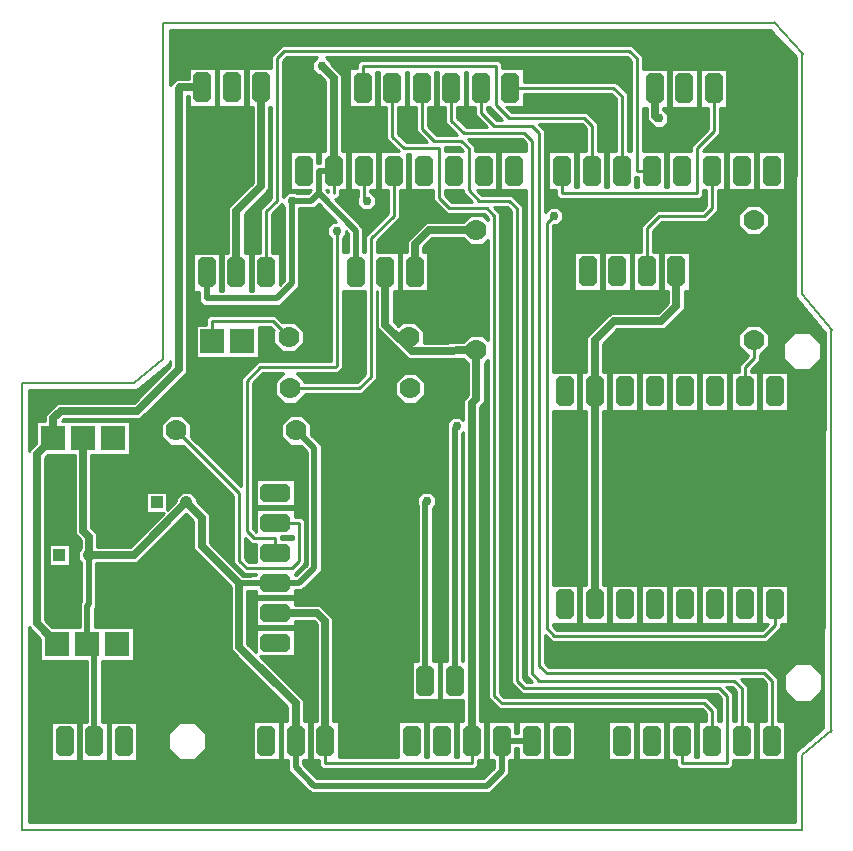
<source format=gbr>
G04 PROTEUS RS274X GERBER FILE*
%FSLAX26Y26*%
%MOIN*%
G01*
%ADD10C,0.010000*%
%ADD11C,0.020000*%
%ADD12C,0.025000*%
%ADD13C,0.030000*%
%AMDIL004*
4,1,8,
-0.030000,0.038000,-0.018000,0.050000,0.018000,0.050000,0.030000,0.038000,0.030000,-0.038000,
0.018000,-0.050000,-0.018000,-0.050000,-0.030000,-0.038000,-0.030000,0.038000,
0*%
%ADD14DIL004*%
%AMDIL005*
4,1,8,
-0.050000,0.018000,-0.038000,0.030000,0.038000,0.030000,0.050000,0.018000,0.050000,-0.018000,
0.038000,-0.030000,-0.038000,-0.030000,-0.050000,-0.018000,-0.050000,0.018000,
0*%
%ADD15DIL005*%
%ADD16C,0.070000*%
%ADD17R,0.080000X0.080000*%
%ADD18R,0.041339X0.041339*%
%ADD19C,0.010000*%
%ADD70C,0.041339*%
%ADD20C,0.008000*%
G36*
X+2582250Y+281446D02*
X+2578320Y-520449D01*
X+2583925Y-527175D01*
X+2676762Y-638580D01*
X+2672884Y-1957236D01*
X+2582894Y-2032227D01*
X+2578362Y-2041903D01*
X+2578362Y-2271276D01*
X+24000Y-2271276D01*
X+24000Y-1620606D01*
X+62283Y-1658890D01*
X+62283Y-1731999D01*
X+217363Y-1731999D01*
X+217363Y-1936142D01*
X+197363Y-1936142D01*
X+197363Y-2066141D01*
X+287362Y-2066141D01*
X+287362Y-1936142D01*
X+267362Y-1936142D01*
X+267362Y-1731999D01*
X+374283Y-1731999D01*
X+374283Y-1620000D01*
X+243283Y-1620000D01*
X+243283Y-1560355D01*
X+249212Y-1554425D01*
X+249212Y-1407500D01*
X+385603Y-1407500D01*
X+549213Y-1243890D01*
X+572500Y-1267178D01*
X+572500Y-1361390D01*
X+697500Y-1486390D01*
X+697500Y-1698036D01*
X+885855Y-1886390D01*
X+885855Y-1934930D01*
X+868355Y-1934930D01*
X+868355Y-2064929D01*
X+888355Y-2064929D01*
X+888355Y-2098709D01*
X+964645Y-2175000D01*
X+1560355Y-2175000D01*
X+1625000Y-2110355D01*
X+1625000Y-2065000D01*
X+1645000Y-2065000D01*
X+1645000Y-2025000D01*
X+1655000Y-2025000D01*
X+1655000Y-2065000D01*
X+1745000Y-2065000D01*
X+1745000Y-1935000D01*
X+1655000Y-1935000D01*
X+1655000Y-1975000D01*
X+1645000Y-1975000D01*
X+1645000Y-1935000D01*
X+1555000Y-1935000D01*
X+1555000Y-2065000D01*
X+1575000Y-2065000D01*
X+1575000Y-2089645D01*
X+1539645Y-2125000D01*
X+985355Y-2125000D01*
X+938354Y-2078000D01*
X+938354Y-2064929D01*
X+958354Y-2064929D01*
X+958354Y-1934930D01*
X+940854Y-1934930D01*
X+940854Y-1863610D01*
X+795117Y-1717873D01*
X+911181Y-1717873D01*
X+911181Y-1627874D01*
X+781181Y-1627874D01*
X+781181Y-1703937D01*
X+752500Y-1675256D01*
X+752500Y-1500000D01*
X+781181Y-1500000D01*
X+781181Y-1517873D01*
X+911181Y-1517873D01*
X+911181Y-1497873D01*
X+935355Y-1497873D01*
X+1000000Y-1433228D01*
X+1000000Y-1014645D01*
X+966000Y-980645D01*
X+966000Y-943875D01*
X+936125Y-914000D01*
X+893875Y-914000D01*
X+864000Y-943875D01*
X+864000Y-986125D01*
X+893875Y-1016000D01*
X+930645Y-1016000D01*
X+950000Y-1035355D01*
X+950000Y-1412519D01*
X+914645Y-1447874D01*
X+911181Y-1447874D01*
X+911181Y-1442103D01*
X+945000Y-1408284D01*
X+945000Y-1264589D01*
X+933284Y-1252874D01*
X+911181Y-1252874D01*
X+911181Y-1227874D01*
X+781181Y-1227874D01*
X+781181Y-1302898D01*
X+770000Y-1291716D01*
X+770000Y-808284D01*
X+803283Y-775000D01*
X+872876Y-775000D01*
X+844000Y-803875D01*
X+844000Y-846125D01*
X+873875Y-876000D01*
X+916125Y-876000D01*
X+946000Y-846125D01*
X+946000Y-845000D01*
X+1133284Y-845000D01*
X+1183937Y-794347D01*
X+1183937Y-501338D01*
X+1185650Y-501338D01*
X+1185650Y-624540D01*
X+1288609Y-727500D01*
X+1371957Y-727500D01*
X+1472579Y-725333D01*
X+1488524Y-741278D01*
X+1488524Y-847586D01*
X+1472500Y-863610D01*
X+1472500Y-928660D01*
X+1462841Y-919000D01*
X+1437159Y-919000D01*
X+1419000Y-937159D01*
X+1419000Y-945645D01*
X+1418426Y-946220D01*
X+1418426Y-1735000D01*
X+1398426Y-1735000D01*
X+1398426Y-1864999D01*
X+1472500Y-1864999D01*
X+1472500Y-1935000D01*
X+1455000Y-1935000D01*
X+1455000Y-2055000D01*
X+1445000Y-2055000D01*
X+1445000Y-1935000D01*
X+1355000Y-1935000D01*
X+1355000Y-2055000D01*
X+1345000Y-2055000D01*
X+1345000Y-1935000D01*
X+1255000Y-1935000D01*
X+1255000Y-2055000D01*
X+1056779Y-2055000D01*
X+1056779Y-1934930D01*
X+1039279Y-1934930D01*
X+1039279Y-1588610D01*
X+996043Y-1545374D01*
X+911181Y-1545374D01*
X+911181Y-1527874D01*
X+781181Y-1527874D01*
X+781181Y-1617873D01*
X+911181Y-1617873D01*
X+911181Y-1600373D01*
X+973263Y-1600373D01*
X+984280Y-1611390D01*
X+984280Y-1934930D01*
X+966780Y-1934930D01*
X+966780Y-2064929D01*
X+991780Y-2064929D01*
X+991780Y-2083284D01*
X+1003496Y-2095000D01*
X+1508284Y-2095000D01*
X+1520000Y-2083284D01*
X+1520000Y-2065000D01*
X+1545000Y-2065000D01*
X+1545000Y-1935000D01*
X+1527500Y-1935000D01*
X+1527500Y-886390D01*
X+1543523Y-870367D01*
X+1543523Y-741278D01*
X+1555000Y-729801D01*
X+1555000Y-1858284D01*
X+1591716Y-1895000D01*
X+2266716Y-1895000D01*
X+2280000Y-1908284D01*
X+2280000Y-1935000D01*
X+2255000Y-1935000D01*
X+2255000Y-2055000D01*
X+2245000Y-2055000D01*
X+2245000Y-1935000D01*
X+2155000Y-1935000D01*
X+2155000Y-2065000D01*
X+2180000Y-2065000D01*
X+2180000Y-2083284D01*
X+2191716Y-2095000D01*
X+2358284Y-2095000D01*
X+2370000Y-2083284D01*
X+2370000Y-2065000D01*
X+2445000Y-2065000D01*
X+2445000Y-1935000D01*
X+2420000Y-1935000D01*
X+2420000Y-1816716D01*
X+2398283Y-1795000D01*
X+2466716Y-1795000D01*
X+2480000Y-1808284D01*
X+2480000Y-1935000D01*
X+2455000Y-1935000D01*
X+2455000Y-2065000D01*
X+2545000Y-2065000D01*
X+2545000Y-1935000D01*
X+2520000Y-1935000D01*
X+2520000Y-1791716D01*
X+2483284Y-1755000D01*
X+1758284Y-1755000D01*
X+1744999Y-1741716D01*
X+1744999Y-1648283D01*
X+1766716Y-1670000D01*
X+2483284Y-1670000D01*
X+2530000Y-1623284D01*
X+2530000Y-1610000D01*
X+2555000Y-1610000D01*
X+2555000Y-1480000D01*
X+2465000Y-1480000D01*
X+2465000Y-1610000D01*
X+2486717Y-1610000D01*
X+2466716Y-1630000D01*
X+1783284Y-1630000D01*
X+1770000Y-1616716D01*
X+1770000Y-1610000D01*
X+1855000Y-1610000D01*
X+1855000Y-1480000D01*
X+1770000Y-1480000D01*
X+1770000Y-900000D01*
X+1855000Y-900000D01*
X+1855000Y-770000D01*
X+1770000Y-770000D01*
X+1770000Y-283284D01*
X+1772284Y-281000D01*
X+1787841Y-281000D01*
X+1806000Y-262841D01*
X+1806000Y-237159D01*
X+1787841Y-219000D01*
X+1762159Y-219000D01*
X+1744999Y-236161D01*
X+1744999Y+33284D01*
X+1723283Y+55000D01*
X+1866716Y+55000D01*
X+1880000Y+41716D01*
X+1880000Y-35000D01*
X+1855000Y-35000D01*
X+1855000Y-155000D01*
X+1845000Y-155000D01*
X+1845000Y-35000D01*
X+1755000Y-35000D01*
X+1755000Y-165000D01*
X+1780000Y-165000D01*
X+1780000Y-183284D01*
X+1791716Y-195000D01*
X+2258284Y-195000D01*
X+2270000Y-183284D01*
X+2270000Y-165000D01*
X+2280000Y-165000D01*
X+2280000Y-216716D01*
X+2266716Y-230000D01*
X+2116716Y-230000D01*
X+2064489Y-282228D01*
X+2064489Y-370150D01*
X+2039489Y-370150D01*
X+2039489Y-500149D01*
X+2129488Y-500149D01*
X+2129488Y-370150D01*
X+2104488Y-370150D01*
X+2104488Y-298796D01*
X+2133284Y-270000D01*
X+2283284Y-270000D01*
X+2320000Y-233284D01*
X+2320000Y-165000D01*
X+2345000Y-165000D01*
X+2345000Y-35000D01*
X+2270000Y-35000D01*
X+2270000Y-33284D01*
X+2327976Y+24693D01*
X+2327976Y+110244D01*
X+2352976Y+110244D01*
X+2352976Y+240244D01*
X+2262977Y+240244D01*
X+2262977Y+110244D01*
X+2287977Y+110244D01*
X+2287977Y+41260D01*
X+2230000Y-16716D01*
X+2230000Y-35000D01*
X+2155000Y-35000D01*
X+2155000Y-155000D01*
X+2145000Y-155000D01*
X+2145000Y-35000D01*
X+2070000Y-35000D01*
X+2070000Y+110244D01*
X+2083626Y+110244D01*
X+2083626Y+71484D01*
X+2107610Y+47500D01*
X+2108659Y+47500D01*
X+2112159Y+44000D01*
X+2137841Y+44000D01*
X+2156000Y+62159D01*
X+2156000Y+87841D01*
X+2138626Y+105215D01*
X+2138626Y+110244D01*
X+2156126Y+110244D01*
X+2156126Y+240244D01*
X+2070000Y+240244D01*
X+2070000Y+283284D01*
X+2033284Y+320000D01*
X+866716Y+320000D01*
X+830000Y+283284D01*
X+830000Y+243307D01*
X+753701Y+243307D01*
X+753701Y+113307D01*
X+771201Y+113307D01*
X+771201Y-138610D01*
X+689036Y-220775D01*
X+689036Y-372520D01*
X+671536Y-372520D01*
X+671536Y-500000D01*
X+663110Y-500000D01*
X+663110Y-372520D01*
X+573111Y-372520D01*
X+573111Y-502519D01*
X+593111Y-502519D01*
X+593111Y-535355D01*
X+607756Y-550000D01*
X+860355Y-550000D01*
X+925000Y-485355D01*
X+925000Y-225000D01*
X+975355Y-225000D01*
X+990000Y-210354D01*
X+1048646Y-269000D01*
X+1037159Y-269000D01*
X+1019000Y-287159D01*
X+1019000Y-312841D01*
X+1030000Y-323841D01*
X+1030000Y-735001D01*
X+786716Y-735001D01*
X+730000Y-791716D01*
X+730000Y-1151717D01*
X+565204Y-986920D01*
X+566000Y-986125D01*
X+566000Y-943875D01*
X+536125Y-914000D01*
X+493875Y-914000D01*
X+464000Y-943875D01*
X+464000Y-986125D01*
X+493875Y-1016000D01*
X+536125Y-1016000D01*
X+536920Y-1015204D01*
X+705000Y-1183284D01*
X+705000Y-1408284D01*
X+741716Y-1445000D01*
X+781181Y-1445000D01*
X+781181Y-1447874D01*
X+764645Y-1447874D01*
X+762519Y-1450000D01*
X+738891Y-1450000D01*
X+736390Y-1447500D01*
X+627500Y-1338610D01*
X+627500Y-1244397D01*
X+584881Y-1201779D01*
X+584881Y-1190226D01*
X+563987Y-1169331D01*
X+534438Y-1169331D01*
X+513544Y-1190226D01*
X+513544Y-1201779D01*
X+486456Y-1228867D01*
X+486456Y-1169331D01*
X+415119Y-1169331D01*
X+415119Y-1240669D01*
X+474654Y-1240669D01*
X+362822Y-1352500D01*
X+251712Y-1352500D01*
X+251712Y-1307822D01*
X+232500Y-1288610D01*
X+232500Y-1046000D01*
X+361000Y-1046000D01*
X+361000Y-934000D01*
X+134889Y-934000D01*
X+141390Y-927500D01*
X+396390Y-927500D01*
X+551440Y-772449D01*
X+551440Y+150807D01*
X+556851Y+150807D01*
X+556851Y+113307D01*
X+646850Y+113307D01*
X+646850Y+243307D01*
X+556851Y+243307D01*
X+556851Y+205807D01*
X+516917Y+205807D01*
X+496441Y+185331D01*
X+496441Y+369701D01*
X+2493996Y+369701D01*
X+2582250Y+281446D01*
G37*
%LPC*%
G36*
X+1755000Y-1935000D02*
X+1845000Y-1935000D01*
X+1845000Y-2065000D01*
X+1755000Y-2065000D01*
X+1755000Y-1935000D01*
G37*
G36*
X+1955000Y-1935000D02*
X+2045000Y-1935000D01*
X+2045000Y-2065000D01*
X+1955000Y-2065000D01*
X+1955000Y-1935000D01*
G37*
G36*
X+2055000Y-1935000D02*
X+2145000Y-1935000D01*
X+2145000Y-2065000D01*
X+2055000Y-2065000D01*
X+2055000Y-1935000D01*
G37*
G36*
X+2355000Y-35000D02*
X+2445000Y-35000D01*
X+2445000Y-165000D01*
X+2355000Y-165000D01*
X+2355000Y-35000D01*
G37*
G36*
X+2455000Y-35000D02*
X+2545000Y-35000D01*
X+2545000Y-165000D01*
X+2455000Y-165000D01*
X+2455000Y-35000D01*
G37*
G36*
X+655276Y+243307D02*
X+745275Y+243307D01*
X+745275Y+113307D01*
X+655276Y+113307D01*
X+655276Y+243307D01*
G37*
G36*
X+2164552Y+240244D02*
X+2254551Y+240244D01*
X+2254551Y+110244D01*
X+2164552Y+110244D01*
X+2164552Y+240244D01*
G37*
G36*
X+98937Y-1936142D02*
X+188937Y-1936142D01*
X+188937Y-2066141D01*
X+98937Y-2066141D01*
X+98937Y-1936142D01*
G37*
G36*
X+295788Y-1936142D02*
X+385787Y-1936142D01*
X+385787Y-2066141D01*
X+295788Y-2066141D01*
X+295788Y-1936142D01*
G37*
G36*
X+769930Y-1934930D02*
X+859929Y-1934930D01*
X+859929Y-2064929D01*
X+769930Y-2064929D01*
X+769930Y-1934930D01*
G37*
G36*
X+1842638Y-370150D02*
X+1932637Y-370150D01*
X+1932637Y-500149D01*
X+1842638Y-500149D01*
X+1842638Y-370150D01*
G37*
G36*
X+1941063Y-370150D02*
X+2031063Y-370150D01*
X+2031063Y-500149D01*
X+1941063Y-500149D01*
X+1941063Y-370150D01*
G37*
G36*
X+2227913Y-500149D02*
X+2210413Y-500149D01*
X+2210413Y-561390D01*
X+2144304Y-627500D01*
X+1986390Y-627500D01*
X+1937500Y-676390D01*
X+1937500Y-770000D01*
X+1955000Y-770000D01*
X+1955000Y-900000D01*
X+1937500Y-900000D01*
X+1937500Y-1480000D01*
X+1955000Y-1480000D01*
X+1955000Y-1610000D01*
X+1865000Y-1610000D01*
X+1865000Y-1480000D01*
X+1882500Y-1480000D01*
X+1882500Y-900000D01*
X+1865000Y-900000D01*
X+1865000Y-770000D01*
X+1882500Y-770000D01*
X+1882500Y-653610D01*
X+1963610Y-572500D01*
X+2121523Y-572500D01*
X+2155414Y-538610D01*
X+2155414Y-500149D01*
X+2137914Y-500149D01*
X+2137914Y-370150D01*
X+2227913Y-370150D01*
X+2227913Y-500149D01*
G37*
G36*
X+1381000Y-1187159D02*
X+1381000Y-1212841D01*
X+1370000Y-1223840D01*
X+1370000Y-1735000D01*
X+1390000Y-1735000D01*
X+1390000Y-1864999D01*
X+1300001Y-1864999D01*
X+1300001Y-1735000D01*
X+1320001Y-1735000D01*
X+1320001Y-1213841D01*
X+1319000Y-1212841D01*
X+1319000Y-1187159D01*
X+1337159Y-1169000D01*
X+1362841Y-1169000D01*
X+1381000Y-1187159D01*
G37*
G36*
X+911181Y-1127874D02*
X+911181Y-1217873D01*
X+781181Y-1217873D01*
X+781181Y-1127874D01*
X+911181Y-1127874D01*
G37*
G36*
X+2491000Y-641875D02*
X+2491000Y-684125D01*
X+2461125Y-714000D01*
X+2460000Y-714000D01*
X+2460000Y-733284D01*
X+2429999Y-763284D01*
X+2429999Y-770000D01*
X+2455000Y-770000D01*
X+2455000Y-900000D01*
X+2365000Y-900000D01*
X+2365000Y-770000D01*
X+2390001Y-770000D01*
X+2390001Y-746716D01*
X+2420000Y-716716D01*
X+2420000Y-714000D01*
X+2418875Y-714000D01*
X+2389000Y-684125D01*
X+2389000Y-641875D01*
X+2418875Y-612000D01*
X+2461125Y-612000D01*
X+2491000Y-641875D01*
G37*
G36*
X+2461125Y-314000D02*
X+2418875Y-314000D01*
X+2389000Y-284125D01*
X+2389000Y-241875D01*
X+2418875Y-212000D01*
X+2461125Y-212000D01*
X+2491000Y-241875D01*
X+2491000Y-284125D01*
X+2461125Y-314000D01*
G37*
G36*
X+868355Y-603056D02*
X+869151Y-602260D01*
X+911400Y-602260D01*
X+941275Y-632135D01*
X+941275Y-674385D01*
X+911400Y-704259D01*
X+869151Y-704259D01*
X+839276Y-674385D01*
X+839276Y-632135D01*
X+840072Y-631339D01*
X+828732Y-620000D01*
X+792496Y-620000D01*
X+792496Y-724149D01*
X+580496Y-724149D01*
X+580496Y-612150D01*
X+616496Y-612150D01*
X+616496Y-591716D01*
X+628212Y-580000D01*
X+845300Y-580000D01*
X+868355Y-603056D01*
G37*
G36*
X+2538307Y-727320D02*
X+2538307Y-674255D01*
X+2575830Y-636733D01*
X+2628894Y-636733D01*
X+2666417Y-674255D01*
X+2666417Y-727320D01*
X+2628894Y-764842D01*
X+2575830Y-764842D01*
X+2538307Y-727320D01*
G37*
G36*
X+2539945Y-1831532D02*
X+2539945Y-1778468D01*
X+2577468Y-1740945D01*
X+2630532Y-1740945D01*
X+2668055Y-1778468D01*
X+2668055Y-1831532D01*
X+2630532Y-1869055D01*
X+2577468Y-1869055D01*
X+2539945Y-1831532D01*
G37*
G36*
X+487126Y-2026532D02*
X+487126Y-1973468D01*
X+524649Y-1935945D01*
X+577713Y-1935945D01*
X+615236Y-1973468D01*
X+615236Y-2026532D01*
X+577713Y-2064055D01*
X+524649Y-2064055D01*
X+487126Y-2026532D01*
G37*
G36*
X+2555000Y-900000D02*
X+2465000Y-900000D01*
X+2465000Y-770000D01*
X+2555000Y-770000D01*
X+2555000Y-900000D01*
G37*
G36*
X+2355000Y-900000D02*
X+2265000Y-900000D01*
X+2265000Y-770000D01*
X+2355000Y-770000D01*
X+2355000Y-900000D01*
G37*
G36*
X+2255000Y-900000D02*
X+2165000Y-900000D01*
X+2165000Y-770000D01*
X+2255000Y-770000D01*
X+2255000Y-900000D01*
G37*
G36*
X+2155000Y-900000D02*
X+2065000Y-900000D01*
X+2065000Y-770000D01*
X+2155000Y-770000D01*
X+2155000Y-900000D01*
G37*
G36*
X+2055000Y-900000D02*
X+1965000Y-900000D01*
X+1965000Y-770000D01*
X+2055000Y-770000D01*
X+2055000Y-900000D01*
G37*
G36*
X+2055000Y-1610000D02*
X+1965000Y-1610000D01*
X+1965000Y-1480000D01*
X+2055000Y-1480000D01*
X+2055000Y-1610000D01*
G37*
G36*
X+2155000Y-1610000D02*
X+2065000Y-1610000D01*
X+2065000Y-1480000D01*
X+2155000Y-1480000D01*
X+2155000Y-1610000D01*
G37*
G36*
X+2255000Y-1610000D02*
X+2165000Y-1610000D01*
X+2165000Y-1480000D01*
X+2255000Y-1480000D01*
X+2255000Y-1610000D01*
G37*
G36*
X+2355000Y-1610000D02*
X+2265000Y-1610000D01*
X+2265000Y-1480000D01*
X+2355000Y-1480000D01*
X+2355000Y-1610000D01*
G37*
G36*
X+2455000Y-1610000D02*
X+2365000Y-1610000D01*
X+2365000Y-1480000D01*
X+2455000Y-1480000D01*
X+2455000Y-1610000D01*
G37*
G36*
X+1244000Y-846125D02*
X+1244000Y-803875D01*
X+1273875Y-774000D01*
X+1316125Y-774000D01*
X+1346000Y-803875D01*
X+1346000Y-846125D01*
X+1316125Y-876000D01*
X+1273875Y-876000D01*
X+1244000Y-846125D01*
G37*
%LPD*%
G36*
X+496441Y-749669D02*
X+373609Y-872500D01*
X+118610Y-872500D01*
X+77500Y-913610D01*
X+77500Y-934000D01*
X+49000Y-934000D01*
X+49000Y-1007110D01*
X+24000Y-1032110D01*
X+24000Y-831087D01*
X+382434Y-831087D01*
X+389008Y-825827D01*
X+491703Y-743671D01*
X+496441Y-733813D01*
X+496441Y-749669D01*
G37*
G36*
X+1560709Y+111007D02*
X+1601717Y+70000D01*
X+1583284Y+70000D01*
X+1551496Y+101788D01*
X+1551496Y+112166D01*
X+1560709Y+112166D01*
X+1560709Y+111007D01*
G37*
G36*
X+1486496Y+112166D02*
X+1511496Y+112166D01*
X+1511496Y+85220D01*
X+1551717Y+45000D01*
X+1483284Y+45000D01*
X+1453070Y+75213D01*
X+1453070Y+112166D01*
X+1478070Y+112166D01*
X+1478070Y+230001D01*
X+1486496Y+230001D01*
X+1486496Y+112166D01*
G37*
G36*
X+1388071Y+112166D02*
X+1413072Y+112166D01*
X+1413072Y+58645D01*
X+1451717Y+20000D01*
X+1383284Y+20000D01*
X+1354645Y+48638D01*
X+1354645Y+112166D01*
X+1379645Y+112166D01*
X+1379645Y+230001D01*
X+1388071Y+230001D01*
X+1388071Y+112166D01*
G37*
G36*
X+1289646Y+112166D02*
X+1314646Y+112166D01*
X+1314646Y+32070D01*
X+1351717Y-5000D01*
X+1283284Y-5000D01*
X+1256220Y+22064D01*
X+1256220Y+112166D01*
X+1281220Y+112166D01*
X+1281220Y+230001D01*
X+1289646Y+230001D01*
X+1289646Y+112166D01*
G37*
G36*
X+2030000Y+266716D02*
X+2030000Y-35000D01*
X+2020000Y-35000D01*
X+2020000Y+158284D01*
X+1981119Y+197165D01*
X+1674921Y+197165D01*
X+1674921Y+242165D01*
X+1600708Y+242165D01*
X+1600708Y+258283D01*
X+1588993Y+269999D01*
X+1129511Y+269999D01*
X+1117796Y+258283D01*
X+1117796Y+242165D01*
X+1092796Y+242165D01*
X+1092796Y+112166D01*
X+1182795Y+112166D01*
X+1182795Y+230001D01*
X+1191221Y+230001D01*
X+1191221Y+112166D01*
X+1216221Y+112166D01*
X+1216221Y+5495D01*
X+1256717Y-35000D01*
X+1195000Y-35000D01*
X+1195000Y-165000D01*
X+1220000Y-165000D01*
X+1220000Y-240653D01*
X+1143937Y-316716D01*
X+1143937Y-371339D01*
X+1139724Y-371339D01*
X+1139724Y-289370D01*
X+1045354Y-195000D01*
X+1048284Y-195000D01*
X+1060000Y-183284D01*
X+1060000Y-165000D01*
X+1085000Y-165000D01*
X+1085000Y-35000D01*
X+1067500Y-35000D01*
X+1067500Y+221390D01*
X+1031000Y+257890D01*
X+1031000Y+262841D01*
X+1013840Y+280000D01*
X+2016716Y+280000D01*
X+2030000Y+266716D01*
G37*
%LPC*%
G36*
X+1185000Y-165000D02*
X+1160000Y-165000D01*
X+1160000Y-169000D01*
X+1162841Y-169000D01*
X+1181000Y-187159D01*
X+1181000Y-212841D01*
X+1162841Y-231000D01*
X+1137159Y-231000D01*
X+1119000Y-212841D01*
X+1119000Y-187159D01*
X+1120000Y-186159D01*
X+1120000Y-165000D01*
X+1095000Y-165000D01*
X+1095000Y-35000D01*
X+1185000Y-35000D01*
X+1185000Y-165000D01*
G37*
%LPD*%
G36*
X+1470000Y-33284D02*
X+1470000Y-35000D01*
X+1409999Y-35000D01*
X+1409999Y-20000D01*
X+1456716Y-20000D01*
X+1470000Y-33284D01*
G37*
G36*
X+969000Y+262841D02*
X+969000Y+237159D01*
X+987159Y+219000D01*
X+992110Y+219000D01*
X+1012500Y+198610D01*
X+1012500Y-35000D01*
X+995000Y-35000D01*
X+995000Y-75000D01*
X+985000Y-75000D01*
X+985000Y-35000D01*
X+895000Y-35000D01*
X+895000Y-165000D01*
X+964646Y-165000D01*
X+954645Y-175000D01*
X+918841Y-175000D01*
X+912841Y-169000D01*
X+887159Y-169000D01*
X+870000Y-186160D01*
X+870000Y+266716D01*
X+883284Y+280000D01*
X+986160Y+280000D01*
X+969000Y+262841D01*
G37*
G36*
X+2055000Y-155000D02*
X+2045000Y-155000D01*
X+2045000Y-120000D01*
X+2055000Y-120000D01*
X+2055000Y-155000D01*
G37*
G36*
X+1980000Y+141716D02*
X+1980000Y-35000D01*
X+1955000Y-35000D01*
X+1955000Y-155000D01*
X+1945000Y-155000D01*
X+1945000Y-35000D01*
X+1920000Y-35000D01*
X+1920000Y+58284D01*
X+1883284Y+95000D01*
X+1633284Y+95000D01*
X+1616118Y+112166D01*
X+1674921Y+112166D01*
X+1674921Y+157166D01*
X+1964551Y+157166D01*
X+1980000Y+141716D01*
G37*
G36*
X+1020000Y-169646D02*
X+1015354Y-165000D01*
X+1020000Y-165000D01*
X+1020000Y-169646D01*
G37*
G36*
X+1470000Y-165000D02*
X+1470000Y-173284D01*
X+1501717Y-205000D01*
X+1433284Y-205000D01*
X+1409999Y-181716D01*
X+1409999Y-165000D01*
X+1470000Y-165000D01*
X+1470000Y-165000D01*
G37*
G36*
X+1295000Y-165000D02*
X+1370001Y-165000D01*
X+1370001Y-198284D01*
X+1416716Y-245000D01*
X+1541716Y-245000D01*
X+1555000Y-258284D01*
X+1555000Y-263506D01*
X+1537148Y-245654D01*
X+1494899Y-245654D01*
X+1471399Y-269154D01*
X+1347074Y-269154D01*
X+1284075Y-332153D01*
X+1284075Y-371339D01*
X+1266575Y-371339D01*
X+1266575Y-501338D01*
X+1356574Y-501338D01*
X+1356574Y-371339D01*
X+1339074Y-371339D01*
X+1339074Y-354933D01*
X+1369855Y-324153D01*
X+1471399Y-324153D01*
X+1494899Y-347653D01*
X+1537148Y-347653D01*
X+1555000Y-329801D01*
X+1555000Y-663506D01*
X+1537148Y-645654D01*
X+1494899Y-645654D01*
X+1470543Y-670009D01*
X+1371315Y-672500D01*
X+1341275Y-672500D01*
X+1341275Y-632135D01*
X+1311400Y-602260D01*
X+1269151Y-602260D01*
X+1255150Y-616261D01*
X+1240649Y-601759D01*
X+1240649Y-501338D01*
X+1258149Y-501338D01*
X+1258149Y-371339D01*
X+1183937Y-371339D01*
X+1183937Y-333284D01*
X+1260000Y-257221D01*
X+1260000Y-165000D01*
X+1285000Y-165000D01*
X+1285000Y-45000D01*
X+1295000Y-45000D01*
X+1295000Y-165000D01*
G37*
G36*
X+1089725Y-310079D02*
X+1089725Y-371339D01*
X+1070000Y-371339D01*
X+1070000Y-323841D01*
X+1081000Y-312841D01*
X+1081000Y-301354D01*
X+1089725Y-310079D01*
G37*
G36*
X+869000Y-212841D02*
X+875000Y-218841D01*
X+875000Y-464645D01*
X+859960Y-479685D01*
X+859960Y-372520D01*
X+834960Y-372520D01*
X+834960Y-243323D01*
X+869000Y-209283D01*
X+869000Y-212841D01*
G37*
G36*
X+830000Y-191716D02*
X+794961Y-226756D01*
X+794961Y-372520D01*
X+769961Y-372520D01*
X+769961Y-500000D01*
X+761535Y-500000D01*
X+761535Y-372520D01*
X+744035Y-372520D01*
X+744035Y-243556D01*
X+826200Y-161390D01*
X+826200Y+113307D01*
X+830000Y+113307D01*
X+830000Y-191716D01*
G37*
G36*
X+1143937Y-777779D02*
X+1116716Y-805000D01*
X+946000Y-805000D01*
X+946000Y-803875D01*
X+917124Y-775000D01*
X+1053283Y-775000D01*
X+1070000Y-758284D01*
X+1070000Y-501338D01*
X+1143937Y-501338D01*
X+1143937Y-777779D01*
G37*
G36*
X+905000Y-1327874D02*
X+866180Y-1327874D01*
X+866180Y-1317873D01*
X+905000Y-1317873D01*
X+905000Y-1327874D01*
G37*
G36*
X+760858Y-1339142D02*
X+766716Y-1345000D01*
X+781181Y-1345000D01*
X+781181Y-1405000D01*
X+758284Y-1405000D01*
X+745000Y-1391716D01*
X+745000Y-1323283D01*
X+760858Y-1339142D01*
G37*
G36*
X+177500Y-1300000D02*
X+177500Y-1311390D01*
X+196713Y-1330603D01*
X+196713Y-1357056D01*
X+188544Y-1365226D01*
X+188544Y-1394774D01*
X+199213Y-1405444D01*
X+199213Y-1533716D01*
X+193283Y-1539645D01*
X+193283Y-1620000D01*
X+101173Y-1620000D01*
X+77500Y-1596326D01*
X+77500Y-1056390D01*
X+87890Y-1046000D01*
X+177500Y-1046000D01*
X+177500Y-1300000D01*
G37*
%LPC*%
G36*
X+90119Y-1344331D02*
X+161456Y-1344331D01*
X+161456Y-1415669D01*
X+90119Y-1415669D01*
X+90119Y-1344331D01*
G37*
%LPD*%
G36*
X+1472500Y-1735000D02*
X+1468425Y-1735000D01*
X+1468425Y-975415D01*
X+1472500Y-971340D01*
X+1472500Y-1735000D01*
G37*
G36*
X+1680001Y-8284D02*
X+1680001Y-35000D01*
X+1595000Y-35000D01*
X+1595000Y-165000D01*
X+1680001Y-165000D01*
X+1680001Y-1783284D01*
X+1701717Y-1805001D01*
X+1683284Y-1805001D01*
X+1670000Y-1791716D01*
X+1670000Y-216716D01*
X+1633284Y-180000D01*
X+1533284Y-180000D01*
X+1518283Y-165000D01*
X+1585000Y-165000D01*
X+1585000Y-35000D01*
X+1510000Y-35000D01*
X+1510000Y-16716D01*
X+1488283Y+5000D01*
X+1666716Y+5000D01*
X+1680001Y-8284D01*
G37*
G36*
X+2380000Y-1833284D02*
X+2380000Y-1935000D01*
X+2370000Y-1935000D01*
X+2370000Y-1841716D01*
X+2348283Y-1819999D01*
X+2366716Y-1819999D01*
X+2380000Y-1833284D01*
G37*
G36*
X+1630000Y-233284D02*
X+1630000Y-1808284D01*
X+1666716Y-1844999D01*
X+2316716Y-1844999D01*
X+2330000Y-1858284D01*
X+2330000Y-1935000D01*
X+2320000Y-1935000D01*
X+2320000Y-1891716D01*
X+2283284Y-1855000D01*
X+1608284Y-1855000D01*
X+1595000Y-1841716D01*
X+1595000Y-241716D01*
X+1573283Y-220000D01*
X+1616716Y-220000D01*
X+1630000Y-233284D01*
G37*
D10*
X+636496Y-668150D02*
X+636496Y-600000D01*
X+837016Y-600000D01*
X+890276Y-653260D01*
X+2440000Y-663000D02*
X+2440000Y-725000D01*
X+2410000Y-755000D01*
X+2410000Y-835000D01*
X+846181Y-1272873D02*
X+925000Y-1272873D01*
X+925000Y-1400000D01*
X+900000Y-1425000D01*
X+750000Y-1425000D01*
X+725000Y-1400000D01*
X+725000Y-1175000D01*
X+515000Y-965000D01*
X+2200000Y-2000000D02*
X+2200000Y-2075000D01*
X+2350000Y-2075000D01*
X+2350000Y-1850000D01*
X+2325000Y-1825000D01*
X+1675000Y-1825000D01*
X+1650000Y-1800000D01*
X+1650000Y-225000D01*
X+1625000Y-200000D01*
X+1525000Y-200000D01*
X+1490000Y-165000D01*
X+1490000Y-25000D01*
X+1465000Y+0D01*
X+1375000Y+0D01*
X+1334646Y+40354D01*
X+1334646Y+177165D01*
X+2300000Y-2000000D02*
X+2300000Y-1900000D01*
X+2275000Y-1875000D01*
X+1600000Y-1875000D01*
X+1575000Y-1850000D01*
X+1575000Y-250000D01*
X+1550000Y-225000D01*
X+1425000Y-225000D01*
X+1390000Y-190000D01*
X+1390000Y-25000D01*
X+1275000Y-25000D01*
X+1236220Y+13780D01*
X+1236220Y+177165D01*
X+2400000Y-2000000D02*
X+2400000Y-1825000D01*
X+2375000Y-1800000D01*
X+1725000Y-1800000D01*
X+1700000Y-1775000D01*
X+1700000Y+0D01*
X+1675000Y+25000D01*
X+1475000Y+25000D01*
X+1433071Y+66929D01*
X+1433071Y+177165D01*
X+2500000Y-2000000D02*
X+2500000Y-1800000D01*
X+2475000Y-1775000D01*
X+1750000Y-1775000D01*
X+1725000Y-1750000D01*
X+1725000Y+25000D01*
X+1700000Y+50000D01*
X+1575000Y+50000D01*
X+1531496Y+93504D01*
X+1531496Y+177165D01*
D11*
X+1350000Y-1200000D02*
X+1345000Y-1205000D01*
X+1345000Y-1800000D01*
X+1450000Y-950000D02*
X+1443426Y-956574D01*
X+1443426Y-1800000D01*
D10*
X+895000Y-825000D02*
X+1125000Y-825000D01*
X+1163937Y-786063D01*
X+1163937Y-325000D01*
X+1240000Y-248937D01*
X+1240000Y-100000D01*
X+1150000Y-200000D02*
X+1140000Y-190000D01*
X+1140000Y-100000D01*
X+1050000Y-300000D02*
X+1050000Y-750000D01*
X+1045000Y-755000D01*
X+795000Y-755000D01*
X+750000Y-800000D01*
X+750000Y-1300000D01*
X+775000Y-1325000D01*
X+846181Y-1325000D01*
X+846181Y-1372873D01*
X+2300000Y-100000D02*
X+2300000Y-225000D01*
X+2275000Y-250000D01*
X+2125000Y-250000D01*
X+2084488Y-290512D01*
X+2084488Y-435150D01*
X+2100000Y-100000D02*
X+2050000Y-100000D01*
X+2050000Y+275000D01*
X+2025000Y+300000D01*
X+875000Y+300000D01*
X+850000Y+275000D01*
X+850000Y-200000D01*
X+814961Y-235039D01*
X+814961Y-437520D01*
X+2000000Y-100000D02*
X+2000000Y+150000D01*
X+1972835Y+177165D01*
X+1629921Y+177165D01*
X+1900000Y-100000D02*
X+1900000Y+50000D01*
X+1875000Y+75000D01*
X+1625000Y+75000D01*
X+1580709Y+119291D01*
X+1580709Y+250000D01*
X+1137795Y+250000D01*
X+1137795Y+177165D01*
X+1800000Y-100000D02*
X+1800000Y-175000D01*
X+2250000Y-175000D01*
X+2250000Y-25000D01*
X+2307976Y+32976D01*
X+2307976Y+175244D01*
X+1775000Y-250000D02*
X+1750000Y-275000D01*
X+1750000Y-1625000D01*
X+1775000Y-1650000D01*
X+2475000Y-1650000D01*
X+2510000Y-1615000D01*
X+2510000Y-1545000D01*
D12*
X+2182913Y-435150D02*
X+2182913Y-550000D01*
X+2132913Y-600000D01*
X+1975000Y-600000D01*
X+1910000Y-665000D01*
X+1910000Y-835000D01*
X+913354Y-1999929D02*
X+913354Y-1875000D01*
X+725000Y-1686646D01*
X+725000Y-1475000D01*
D11*
X+900000Y-200000D02*
X+900000Y-475000D01*
X+850000Y-525000D01*
X+618110Y-525000D01*
X+618110Y-437520D01*
D12*
X+224213Y-1380000D02*
X+374213Y-1380000D01*
X+549213Y-1205000D01*
X+600000Y-1255787D01*
X+600000Y-1350000D01*
X+725000Y-1475000D01*
D11*
X+846181Y-1472873D02*
X+925000Y-1472873D01*
X+975000Y-1422873D01*
X+975000Y-1025000D01*
X+915000Y-965000D01*
X+990000Y-175000D02*
X+1114724Y-299724D01*
X+1114724Y-436339D01*
X+218283Y-1676000D02*
X+242362Y-1700079D01*
X+242362Y-2001142D01*
D12*
X+205000Y-990000D02*
X+205000Y-1300000D01*
X+224213Y-1319213D01*
X+224213Y-1380000D01*
D11*
X+1040000Y-100000D02*
X+990000Y-100000D01*
X+990000Y-175000D01*
D12*
X+1040000Y-100000D02*
X+1040000Y+210000D01*
X+1000000Y+250000D01*
D11*
X+218283Y-1676000D02*
X+218283Y-1550000D01*
X+224213Y-1544070D01*
X+224213Y-1380000D01*
X+846181Y-1472873D02*
X+775000Y-1472873D01*
X+772873Y-1475000D01*
X+725000Y-1475000D01*
X+1600000Y-2000000D02*
X+1600000Y-2100000D01*
X+1550000Y-2150000D01*
X+975000Y-2150000D01*
X+913354Y-2088354D01*
X+913354Y-1999929D01*
X+1910000Y-835000D02*
X+1910000Y-835000D01*
D12*
X+1910000Y-1545000D01*
D11*
X+1600000Y-2000000D02*
X+1650000Y-2000000D01*
X+1650000Y-2000000D01*
X+1700000Y-2000000D01*
X+1700000Y-2000000D01*
X+900000Y-200000D02*
X+965000Y-200000D01*
X+990000Y-175000D01*
D10*
X+1040000Y-100000D02*
X+1040000Y-175000D01*
D11*
X+1600000Y-2000000D02*
X+1600000Y-2000000D01*
D12*
X+1311575Y-436339D02*
X+1311575Y-343543D01*
X+1358465Y-296654D01*
X+1516024Y-296654D01*
X+1011780Y-1999929D02*
X+1011780Y-1600000D01*
X+984653Y-1572873D01*
X+846181Y-1572873D01*
X+1500000Y-2000000D02*
X+1500000Y-875000D01*
X+1516024Y-858976D01*
X+1516024Y-696654D01*
D10*
X+1500000Y-2000000D02*
X+1500000Y-2075000D01*
X+1011780Y-2075000D01*
X+1011780Y-1999929D01*
D11*
X+798701Y+178307D02*
X+798701Y+173307D01*
X+798701Y+161307D01*
D10*
X+798701Y+178307D02*
X+798701Y+173307D01*
X+798701Y+161307D01*
D12*
X+798701Y-150000D01*
X+716535Y-232165D01*
X+716535Y-437520D01*
X+1325000Y-700000D02*
X+1300000Y-700000D01*
X+1213150Y-436339D02*
X+1213150Y-613150D01*
X+1290276Y-690276D01*
D10*
X+1290276Y-653260D01*
D12*
X+1300000Y-700000D02*
X+1290276Y-690276D01*
X+1516024Y-696654D02*
X+1371654Y-700000D01*
X+1325000Y-700000D01*
X+118283Y-1676000D02*
X+50000Y-1607717D01*
X+50000Y-1045000D01*
X+105000Y-990000D01*
X+105000Y-925000D01*
X+130000Y-900000D01*
X+385000Y-900000D01*
X+523941Y-761059D01*
X+523941Y+173941D01*
X+528307Y+178307D01*
X+601850Y+178307D01*
X+2125000Y+75000D02*
X+2119000Y+75000D01*
X+2111126Y+82874D01*
X+2111126Y+175244D01*
D13*
X+1350000Y-1200000D03*
X+1450000Y-950000D03*
X+1150000Y-200000D03*
X+1050000Y-300000D03*
X+1775000Y-250000D03*
X+1000000Y+250000D03*
X+900000Y-200000D03*
X+2125000Y+75000D03*
D10*
X+2582250Y+281446D02*
X+2578320Y-520449D01*
X+2583925Y-527175D01*
X+2676762Y-638580D01*
X+2672884Y-1957236D01*
X+2582894Y-2032227D01*
X+2578362Y-2041903D01*
X+2578362Y-2271276D01*
X+24000Y-2271276D01*
X+24000Y-1620606D01*
X+62283Y-1658890D01*
X+62283Y-1731999D01*
X+217363Y-1731999D01*
X+217363Y-1936142D01*
X+197363Y-1936142D01*
X+197363Y-2066141D01*
X+287362Y-2066141D01*
X+287362Y-1936142D01*
X+267362Y-1936142D01*
X+267362Y-1731999D01*
X+374283Y-1731999D01*
X+374283Y-1620000D01*
X+243283Y-1620000D01*
X+243283Y-1560355D01*
X+249212Y-1554425D01*
X+249212Y-1407500D01*
X+385603Y-1407500D01*
X+549213Y-1243890D01*
X+572500Y-1267178D01*
X+572500Y-1361390D01*
X+697500Y-1486390D01*
X+697500Y-1698036D01*
X+885855Y-1886390D01*
X+885855Y-1934930D01*
X+868355Y-1934930D01*
X+868355Y-2064929D01*
X+888355Y-2064929D01*
X+888355Y-2098709D01*
X+964645Y-2175000D01*
X+1560355Y-2175000D01*
X+1625000Y-2110355D01*
X+1625000Y-2065000D01*
X+1645000Y-2065000D01*
X+1645000Y-2025000D01*
X+1655000Y-2025000D01*
X+1655000Y-2065000D01*
X+1745000Y-2065000D01*
X+1745000Y-1935000D01*
X+1655000Y-1935000D01*
X+1655000Y-1975000D01*
X+1645000Y-1975000D01*
X+1645000Y-1935000D01*
X+1555000Y-1935000D01*
X+1555000Y-2065000D01*
X+1575000Y-2065000D01*
X+1575000Y-2089645D01*
X+1539645Y-2125000D01*
X+985355Y-2125000D01*
X+938354Y-2078000D01*
X+938354Y-2064929D01*
X+958354Y-2064929D01*
X+958354Y-1934930D01*
X+940854Y-1934930D01*
X+940854Y-1863610D01*
X+795117Y-1717873D01*
X+911181Y-1717873D01*
X+911181Y-1627874D01*
X+781181Y-1627874D01*
X+781181Y-1703937D01*
X+752500Y-1675256D01*
X+752500Y-1500000D01*
X+781181Y-1500000D01*
X+781181Y-1517873D01*
X+911181Y-1517873D01*
X+911181Y-1497873D01*
X+935355Y-1497873D01*
X+1000000Y-1433228D01*
X+1000000Y-1014645D01*
X+966000Y-980645D01*
X+966000Y-943875D01*
X+936125Y-914000D01*
X+893875Y-914000D01*
X+864000Y-943875D01*
X+864000Y-986125D01*
X+893875Y-1016000D01*
X+930645Y-1016000D01*
X+950000Y-1035355D01*
X+950000Y-1412519D01*
X+914645Y-1447874D01*
X+911181Y-1447874D01*
X+911181Y-1442103D01*
X+945000Y-1408284D01*
X+945000Y-1264589D01*
X+933284Y-1252874D01*
X+911181Y-1252874D01*
X+911181Y-1227874D01*
X+781181Y-1227874D01*
X+781181Y-1302898D01*
X+770000Y-1291716D01*
X+770000Y-808284D01*
X+803283Y-775000D01*
X+872876Y-775000D01*
X+844000Y-803875D01*
X+844000Y-846125D01*
X+873875Y-876000D01*
X+916125Y-876000D01*
X+946000Y-846125D01*
X+946000Y-845000D01*
X+1133284Y-845000D01*
X+1183937Y-794347D01*
X+1183937Y-501338D01*
X+1185650Y-501338D01*
X+1185650Y-624540D01*
X+1288609Y-727500D01*
X+1371957Y-727500D01*
X+1472579Y-725333D01*
X+1488524Y-741278D01*
X+1488524Y-847586D01*
X+1472500Y-863610D01*
X+1472500Y-928660D01*
X+1462841Y-919000D01*
X+1437159Y-919000D01*
X+1419000Y-937159D01*
X+1419000Y-945645D01*
X+1418426Y-946220D01*
X+1418426Y-1735000D01*
X+1398426Y-1735000D01*
X+1398426Y-1864999D01*
X+1472500Y-1864999D01*
X+1472500Y-1935000D01*
X+1455000Y-1935000D01*
X+1455000Y-2055000D01*
X+1445000Y-2055000D01*
X+1445000Y-1935000D01*
X+1355000Y-1935000D01*
X+1355000Y-2055000D01*
X+1345000Y-2055000D01*
X+1345000Y-1935000D01*
X+1255000Y-1935000D01*
X+1255000Y-2055000D01*
X+1056779Y-2055000D01*
X+1056779Y-1934930D01*
X+1039279Y-1934930D01*
X+1039279Y-1588610D01*
X+996043Y-1545374D01*
X+911181Y-1545374D01*
X+911181Y-1527874D01*
X+781181Y-1527874D01*
X+781181Y-1617873D01*
X+911181Y-1617873D01*
X+911181Y-1600373D01*
X+973263Y-1600373D01*
X+984280Y-1611390D01*
X+984280Y-1934930D01*
X+966780Y-1934930D01*
X+966780Y-2064929D01*
X+991780Y-2064929D01*
X+991780Y-2083284D01*
X+1003496Y-2095000D01*
X+1508284Y-2095000D01*
X+1520000Y-2083284D01*
X+1520000Y-2065000D01*
X+1545000Y-2065000D01*
X+1545000Y-1935000D01*
X+1527500Y-1935000D01*
X+1527500Y-886390D01*
X+1543523Y-870367D01*
X+1543523Y-741278D01*
X+1555000Y-729801D01*
X+1555000Y-1858284D01*
X+1591716Y-1895000D01*
X+2266716Y-1895000D01*
X+2280000Y-1908284D01*
X+2280000Y-1935000D01*
X+2255000Y-1935000D01*
X+2255000Y-2055000D01*
X+2245000Y-2055000D01*
X+2245000Y-1935000D01*
X+2155000Y-1935000D01*
X+2155000Y-2065000D01*
X+2180000Y-2065000D01*
X+2180000Y-2083284D01*
X+2191716Y-2095000D01*
X+2358284Y-2095000D01*
X+2370000Y-2083284D01*
X+2370000Y-2065000D01*
X+2445000Y-2065000D01*
X+2445000Y-1935000D01*
X+2420000Y-1935000D01*
X+2420000Y-1816716D01*
X+2398283Y-1795000D01*
X+2466716Y-1795000D01*
X+2480000Y-1808284D01*
X+2480000Y-1935000D01*
X+2455000Y-1935000D01*
X+2455000Y-2065000D01*
X+2545000Y-2065000D01*
X+2545000Y-1935000D01*
X+2520000Y-1935000D01*
X+2520000Y-1791716D01*
X+2483284Y-1755000D01*
X+1758284Y-1755000D01*
X+1744999Y-1741716D01*
X+1744999Y-1648283D01*
X+1766716Y-1670000D01*
X+2483284Y-1670000D01*
X+2530000Y-1623284D01*
X+2530000Y-1610000D01*
X+2555000Y-1610000D01*
X+2555000Y-1480000D01*
X+2465000Y-1480000D01*
X+2465000Y-1610000D01*
X+2486717Y-1610000D01*
X+2466716Y-1630000D01*
X+1783284Y-1630000D01*
X+1770000Y-1616716D01*
X+1770000Y-1610000D01*
X+1855000Y-1610000D01*
X+1855000Y-1480000D01*
X+1770000Y-1480000D01*
X+1770000Y-900000D01*
X+1855000Y-900000D01*
X+1855000Y-770000D01*
X+1770000Y-770000D01*
X+1770000Y-283284D01*
X+1772284Y-281000D01*
X+1787841Y-281000D01*
X+1806000Y-262841D01*
X+1806000Y-237159D01*
X+1787841Y-219000D01*
X+1762159Y-219000D01*
X+1744999Y-236161D01*
X+1744999Y+33284D01*
X+1723283Y+55000D01*
X+1866716Y+55000D01*
X+1880000Y+41716D01*
X+1880000Y-35000D01*
X+1855000Y-35000D01*
X+1855000Y-155000D01*
X+1845000Y-155000D01*
X+1845000Y-35000D01*
X+1755000Y-35000D01*
X+1755000Y-165000D01*
X+1780000Y-165000D01*
X+1780000Y-183284D01*
X+1791716Y-195000D01*
X+2258284Y-195000D01*
X+2270000Y-183284D01*
X+2270000Y-165000D01*
X+2280000Y-165000D01*
X+2280000Y-216716D01*
X+2266716Y-230000D01*
X+2116716Y-230000D01*
X+2064489Y-282228D01*
X+2064489Y-370150D01*
X+2039489Y-370150D01*
X+2039489Y-500149D01*
X+2129488Y-500149D01*
X+2129488Y-370150D01*
X+2104488Y-370150D01*
X+2104488Y-298796D01*
X+2133284Y-270000D01*
X+2283284Y-270000D01*
X+2320000Y-233284D01*
X+2320000Y-165000D01*
X+2345000Y-165000D01*
X+2345000Y-35000D01*
X+2270000Y-35000D01*
X+2270000Y-33284D01*
X+2327976Y+24693D01*
X+2327976Y+110244D01*
X+2352976Y+110244D01*
X+2352976Y+240244D01*
X+2262977Y+240244D01*
X+2262977Y+110244D01*
X+2287977Y+110244D01*
X+2287977Y+41260D01*
X+2230000Y-16716D01*
X+2230000Y-35000D01*
X+2155000Y-35000D01*
X+2155000Y-155000D01*
X+2145000Y-155000D01*
X+2145000Y-35000D01*
X+2070000Y-35000D01*
X+2070000Y+110244D01*
X+2083626Y+110244D01*
X+2083626Y+71484D01*
X+2107610Y+47500D01*
X+2108659Y+47500D01*
X+2112159Y+44000D01*
X+2137841Y+44000D01*
X+2156000Y+62159D01*
X+2156000Y+87841D01*
X+2138626Y+105215D01*
X+2138626Y+110244D01*
X+2156126Y+110244D01*
X+2156126Y+240244D01*
X+2070000Y+240244D01*
X+2070000Y+283284D01*
X+2033284Y+320000D01*
X+866716Y+320000D01*
X+830000Y+283284D01*
X+830000Y+243307D01*
X+753701Y+243307D01*
X+753701Y+113307D01*
X+771201Y+113307D01*
X+771201Y-138610D01*
X+689036Y-220775D01*
X+689036Y-372520D01*
X+671536Y-372520D01*
X+671536Y-500000D01*
X+663110Y-500000D01*
X+663110Y-372520D01*
X+573111Y-372520D01*
X+573111Y-502519D01*
X+593111Y-502519D01*
X+593111Y-535355D01*
X+607756Y-550000D01*
X+860355Y-550000D01*
X+925000Y-485355D01*
X+925000Y-225000D01*
X+975355Y-225000D01*
X+990000Y-210354D01*
X+1048646Y-269000D01*
X+1037159Y-269000D01*
X+1019000Y-287159D01*
X+1019000Y-312841D01*
X+1030000Y-323841D01*
X+1030000Y-735001D01*
X+786716Y-735001D01*
X+730000Y-791716D01*
X+730000Y-1151717D01*
X+565204Y-986920D01*
X+566000Y-986125D01*
X+566000Y-943875D01*
X+536125Y-914000D01*
X+493875Y-914000D01*
X+464000Y-943875D01*
X+464000Y-986125D01*
X+493875Y-1016000D01*
X+536125Y-1016000D01*
X+536920Y-1015204D01*
X+705000Y-1183284D01*
X+705000Y-1408284D01*
X+741716Y-1445000D01*
X+781181Y-1445000D01*
X+781181Y-1447874D01*
X+764645Y-1447874D01*
X+762519Y-1450000D01*
X+738891Y-1450000D01*
X+736390Y-1447500D01*
X+627500Y-1338610D01*
X+627500Y-1244397D01*
X+584881Y-1201779D01*
X+584881Y-1190226D01*
X+563987Y-1169331D01*
X+534438Y-1169331D01*
X+513544Y-1190226D01*
X+513544Y-1201779D01*
X+486456Y-1228867D01*
X+486456Y-1169331D01*
X+415119Y-1169331D01*
X+415119Y-1240669D01*
X+474654Y-1240669D01*
X+362822Y-1352500D01*
X+251712Y-1352500D01*
X+251712Y-1307822D01*
X+232500Y-1288610D01*
X+232500Y-1046000D01*
X+361000Y-1046000D01*
X+361000Y-934000D01*
X+134889Y-934000D01*
X+141390Y-927500D01*
X+396390Y-927500D01*
X+551440Y-772449D01*
X+551440Y+150807D01*
X+556851Y+150807D01*
X+556851Y+113307D01*
X+646850Y+113307D01*
X+646850Y+243307D01*
X+556851Y+243307D01*
X+556851Y+205807D01*
X+516917Y+205807D01*
X+496441Y+185331D01*
X+496441Y+369701D01*
X+2493996Y+369701D01*
X+2582250Y+281446D01*
X+1755000Y-1935000D02*
X+1845000Y-1935000D01*
X+1845000Y-2065000D01*
X+1755000Y-2065000D01*
X+1755000Y-1935000D01*
X+1955000Y-1935000D02*
X+2045000Y-1935000D01*
X+2045000Y-2065000D01*
X+1955000Y-2065000D01*
X+1955000Y-1935000D01*
X+2055000Y-1935000D02*
X+2145000Y-1935000D01*
X+2145000Y-2065000D01*
X+2055000Y-2065000D01*
X+2055000Y-1935000D01*
X+2355000Y-35000D02*
X+2445000Y-35000D01*
X+2445000Y-165000D01*
X+2355000Y-165000D01*
X+2355000Y-35000D01*
X+2455000Y-35000D02*
X+2545000Y-35000D01*
X+2545000Y-165000D01*
X+2455000Y-165000D01*
X+2455000Y-35000D01*
X+655276Y+243307D02*
X+745275Y+243307D01*
X+745275Y+113307D01*
X+655276Y+113307D01*
X+655276Y+243307D01*
X+2164552Y+240244D02*
X+2254551Y+240244D01*
X+2254551Y+110244D01*
X+2164552Y+110244D01*
X+2164552Y+240244D01*
X+98937Y-1936142D02*
X+188937Y-1936142D01*
X+188937Y-2066141D01*
X+98937Y-2066141D01*
X+98937Y-1936142D01*
X+295788Y-1936142D02*
X+385787Y-1936142D01*
X+385787Y-2066141D01*
X+295788Y-2066141D01*
X+295788Y-1936142D01*
X+769930Y-1934930D02*
X+859929Y-1934930D01*
X+859929Y-2064929D01*
X+769930Y-2064929D01*
X+769930Y-1934930D01*
X+1842638Y-370150D02*
X+1932637Y-370150D01*
X+1932637Y-500149D01*
X+1842638Y-500149D01*
X+1842638Y-370150D01*
X+1941063Y-370150D02*
X+2031063Y-370150D01*
X+2031063Y-500149D01*
X+1941063Y-500149D01*
X+1941063Y-370150D01*
X+2227913Y-500149D02*
X+2210413Y-500149D01*
X+2210413Y-561390D01*
X+2144304Y-627500D01*
X+1986390Y-627500D01*
X+1937500Y-676390D01*
X+1937500Y-770000D01*
X+1955000Y-770000D01*
X+1955000Y-900000D01*
X+1937500Y-900000D01*
X+1937500Y-1480000D01*
X+1955000Y-1480000D01*
X+1955000Y-1610000D01*
X+1865000Y-1610000D01*
X+1865000Y-1480000D01*
X+1882500Y-1480000D01*
X+1882500Y-900000D01*
X+1865000Y-900000D01*
X+1865000Y-770000D01*
X+1882500Y-770000D01*
X+1882500Y-653610D01*
X+1963610Y-572500D01*
X+2121523Y-572500D01*
X+2155414Y-538610D01*
X+2155414Y-500149D01*
X+2137914Y-500149D01*
X+2137914Y-370150D01*
X+2227913Y-370150D01*
X+2227913Y-500149D01*
X+1381000Y-1187159D02*
X+1381000Y-1212841D01*
X+1370000Y-1223840D01*
X+1370000Y-1735000D01*
X+1390000Y-1735000D01*
X+1390000Y-1864999D01*
X+1300001Y-1864999D01*
X+1300001Y-1735000D01*
X+1320001Y-1735000D01*
X+1320001Y-1213841D01*
X+1319000Y-1212841D01*
X+1319000Y-1187159D01*
X+1337159Y-1169000D01*
X+1362841Y-1169000D01*
X+1381000Y-1187159D01*
X+911181Y-1127874D02*
X+911181Y-1217873D01*
X+781181Y-1217873D01*
X+781181Y-1127874D01*
X+911181Y-1127874D01*
X+2491000Y-641875D02*
X+2491000Y-684125D01*
X+2461125Y-714000D01*
X+2460000Y-714000D01*
X+2460000Y-733284D01*
X+2429999Y-763284D01*
X+2429999Y-770000D01*
X+2455000Y-770000D01*
X+2455000Y-900000D01*
X+2365000Y-900000D01*
X+2365000Y-770000D01*
X+2390001Y-770000D01*
X+2390001Y-746716D01*
X+2420000Y-716716D01*
X+2420000Y-714000D01*
X+2418875Y-714000D01*
X+2389000Y-684125D01*
X+2389000Y-641875D01*
X+2418875Y-612000D01*
X+2461125Y-612000D01*
X+2491000Y-641875D01*
X+2461125Y-314000D02*
X+2418875Y-314000D01*
X+2389000Y-284125D01*
X+2389000Y-241875D01*
X+2418875Y-212000D01*
X+2461125Y-212000D01*
X+2491000Y-241875D01*
X+2491000Y-284125D01*
X+2461125Y-314000D01*
X+868355Y-603056D02*
X+869151Y-602260D01*
X+911400Y-602260D01*
X+941275Y-632135D01*
X+941275Y-674385D01*
X+911400Y-704259D01*
X+869151Y-704259D01*
X+839276Y-674385D01*
X+839276Y-632135D01*
X+840072Y-631339D01*
X+828732Y-620000D01*
X+792496Y-620000D01*
X+792496Y-724149D01*
X+580496Y-724149D01*
X+580496Y-612150D01*
X+616496Y-612150D01*
X+616496Y-591716D01*
X+628212Y-580000D01*
X+845300Y-580000D01*
X+868355Y-603056D01*
X+2538307Y-727320D02*
X+2538307Y-674255D01*
X+2575830Y-636733D01*
X+2628894Y-636733D01*
X+2666417Y-674255D01*
X+2666417Y-727320D01*
X+2628894Y-764842D01*
X+2575830Y-764842D01*
X+2538307Y-727320D01*
X+2539945Y-1831532D02*
X+2539945Y-1778468D01*
X+2577468Y-1740945D01*
X+2630532Y-1740945D01*
X+2668055Y-1778468D01*
X+2668055Y-1831532D01*
X+2630532Y-1869055D01*
X+2577468Y-1869055D01*
X+2539945Y-1831532D01*
X+487126Y-2026532D02*
X+487126Y-1973468D01*
X+524649Y-1935945D01*
X+577713Y-1935945D01*
X+615236Y-1973468D01*
X+615236Y-2026532D01*
X+577713Y-2064055D01*
X+524649Y-2064055D01*
X+487126Y-2026532D01*
X+2555000Y-900000D02*
X+2465000Y-900000D01*
X+2465000Y-770000D01*
X+2555000Y-770000D01*
X+2555000Y-900000D01*
X+2355000Y-900000D02*
X+2265000Y-900000D01*
X+2265000Y-770000D01*
X+2355000Y-770000D01*
X+2355000Y-900000D01*
X+2255000Y-900000D02*
X+2165000Y-900000D01*
X+2165000Y-770000D01*
X+2255000Y-770000D01*
X+2255000Y-900000D01*
X+2155000Y-900000D02*
X+2065000Y-900000D01*
X+2065000Y-770000D01*
X+2155000Y-770000D01*
X+2155000Y-900000D01*
X+2055000Y-900000D02*
X+1965000Y-900000D01*
X+1965000Y-770000D01*
X+2055000Y-770000D01*
X+2055000Y-900000D01*
X+2055000Y-1610000D02*
X+1965000Y-1610000D01*
X+1965000Y-1480000D01*
X+2055000Y-1480000D01*
X+2055000Y-1610000D01*
X+2155000Y-1610000D02*
X+2065000Y-1610000D01*
X+2065000Y-1480000D01*
X+2155000Y-1480000D01*
X+2155000Y-1610000D01*
X+2255000Y-1610000D02*
X+2165000Y-1610000D01*
X+2165000Y-1480000D01*
X+2255000Y-1480000D01*
X+2255000Y-1610000D01*
X+2355000Y-1610000D02*
X+2265000Y-1610000D01*
X+2265000Y-1480000D01*
X+2355000Y-1480000D01*
X+2355000Y-1610000D01*
X+2455000Y-1610000D02*
X+2365000Y-1610000D01*
X+2365000Y-1480000D01*
X+2455000Y-1480000D01*
X+2455000Y-1610000D01*
X+1244000Y-846125D02*
X+1244000Y-803875D01*
X+1273875Y-774000D01*
X+1316125Y-774000D01*
X+1346000Y-803875D01*
X+1346000Y-846125D01*
X+1316125Y-876000D01*
X+1273875Y-876000D01*
X+1244000Y-846125D01*
X+496441Y-749669D02*
X+373609Y-872500D01*
X+118610Y-872500D01*
X+77500Y-913610D01*
X+77500Y-934000D01*
X+49000Y-934000D01*
X+49000Y-1007110D01*
X+24000Y-1032110D01*
X+24000Y-831087D01*
X+382434Y-831087D01*
X+389008Y-825827D01*
X+491703Y-743671D01*
X+496441Y-733813D01*
X+496441Y-749669D01*
X+1560709Y+111007D02*
X+1601717Y+70000D01*
X+1583284Y+70000D01*
X+1551496Y+101788D01*
X+1551496Y+112166D01*
X+1560709Y+112166D01*
X+1560709Y+111007D01*
X+1486496Y+112166D02*
X+1511496Y+112166D01*
X+1511496Y+85220D01*
X+1551717Y+45000D01*
X+1483284Y+45000D01*
X+1453070Y+75213D01*
X+1453070Y+112166D01*
X+1478070Y+112166D01*
X+1478070Y+230001D01*
X+1486496Y+230001D01*
X+1486496Y+112166D01*
X+1388071Y+112166D02*
X+1413072Y+112166D01*
X+1413072Y+58645D01*
X+1451717Y+20000D01*
X+1383284Y+20000D01*
X+1354645Y+48638D01*
X+1354645Y+112166D01*
X+1379645Y+112166D01*
X+1379645Y+230001D01*
X+1388071Y+230001D01*
X+1388071Y+112166D01*
X+1289646Y+112166D02*
X+1314646Y+112166D01*
X+1314646Y+32070D01*
X+1351717Y-5000D01*
X+1283284Y-5000D01*
X+1256220Y+22064D01*
X+1256220Y+112166D01*
X+1281220Y+112166D01*
X+1281220Y+230001D01*
X+1289646Y+230001D01*
X+1289646Y+112166D01*
X+2030000Y+266716D02*
X+2030000Y-35000D01*
X+2020000Y-35000D01*
X+2020000Y+158284D01*
X+1981119Y+197165D01*
X+1674921Y+197165D01*
X+1674921Y+242165D01*
X+1600708Y+242165D01*
X+1600708Y+258283D01*
X+1588993Y+269999D01*
X+1129511Y+269999D01*
X+1117796Y+258283D01*
X+1117796Y+242165D01*
X+1092796Y+242165D01*
X+1092796Y+112166D01*
X+1182795Y+112166D01*
X+1182795Y+230001D01*
X+1191221Y+230001D01*
X+1191221Y+112166D01*
X+1216221Y+112166D01*
X+1216221Y+5495D01*
X+1256717Y-35000D01*
X+1195000Y-35000D01*
X+1195000Y-165000D01*
X+1220000Y-165000D01*
X+1220000Y-240653D01*
X+1143937Y-316716D01*
X+1143937Y-371339D01*
X+1139724Y-371339D01*
X+1139724Y-289370D01*
X+1045354Y-195000D01*
X+1048284Y-195000D01*
X+1060000Y-183284D01*
X+1060000Y-165000D01*
X+1085000Y-165000D01*
X+1085000Y-35000D01*
X+1067500Y-35000D01*
X+1067500Y+221390D01*
X+1031000Y+257890D01*
X+1031000Y+262841D01*
X+1013840Y+280000D01*
X+2016716Y+280000D01*
X+2030000Y+266716D01*
X+1185000Y-165000D02*
X+1160000Y-165000D01*
X+1160000Y-169000D01*
X+1162841Y-169000D01*
X+1181000Y-187159D01*
X+1181000Y-212841D01*
X+1162841Y-231000D01*
X+1137159Y-231000D01*
X+1119000Y-212841D01*
X+1119000Y-187159D01*
X+1120000Y-186159D01*
X+1120000Y-165000D01*
X+1095000Y-165000D01*
X+1095000Y-35000D01*
X+1185000Y-35000D01*
X+1185000Y-165000D01*
X+1470000Y-33284D02*
X+1470000Y-35000D01*
X+1409999Y-35000D01*
X+1409999Y-20000D01*
X+1456716Y-20000D01*
X+1470000Y-33284D01*
X+969000Y+262841D02*
X+969000Y+237159D01*
X+987159Y+219000D01*
X+992110Y+219000D01*
X+1012500Y+198610D01*
X+1012500Y-35000D01*
X+995000Y-35000D01*
X+995000Y-75000D01*
X+985000Y-75000D01*
X+985000Y-35000D01*
X+895000Y-35000D01*
X+895000Y-165000D01*
X+964646Y-165000D01*
X+954645Y-175000D01*
X+918841Y-175000D01*
X+912841Y-169000D01*
X+887159Y-169000D01*
X+870000Y-186160D01*
X+870000Y+266716D01*
X+883284Y+280000D01*
X+986160Y+280000D01*
X+969000Y+262841D01*
X+2055000Y-155000D02*
X+2045000Y-155000D01*
X+2045000Y-120000D01*
X+2055000Y-120000D01*
X+2055000Y-155000D01*
X+1980000Y+141716D02*
X+1980000Y-35000D01*
X+1955000Y-35000D01*
X+1955000Y-155000D01*
X+1945000Y-155000D01*
X+1945000Y-35000D01*
X+1920000Y-35000D01*
X+1920000Y+58284D01*
X+1883284Y+95000D01*
X+1633284Y+95000D01*
X+1616118Y+112166D01*
X+1674921Y+112166D01*
X+1674921Y+157166D01*
X+1964551Y+157166D01*
X+1980000Y+141716D01*
X+1020000Y-169646D02*
X+1015354Y-165000D01*
X+1020000Y-165000D01*
X+1020000Y-169646D01*
X+1470000Y-165000D02*
X+1470000Y-173284D01*
X+1501717Y-205000D01*
X+1433284Y-205000D01*
X+1409999Y-181716D01*
X+1409999Y-165000D01*
X+1470000Y-165000D01*
X+1470000Y-165000D01*
X+1295000Y-165000D02*
X+1370001Y-165000D01*
X+1370001Y-198284D01*
X+1416716Y-245000D01*
X+1541716Y-245000D01*
X+1555000Y-258284D01*
X+1555000Y-263506D01*
X+1537148Y-245654D01*
X+1494899Y-245654D01*
X+1471399Y-269154D01*
X+1347074Y-269154D01*
X+1284075Y-332153D01*
X+1284075Y-371339D01*
X+1266575Y-371339D01*
X+1266575Y-501338D01*
X+1356574Y-501338D01*
X+1356574Y-371339D01*
X+1339074Y-371339D01*
X+1339074Y-354933D01*
X+1369855Y-324153D01*
X+1471399Y-324153D01*
X+1494899Y-347653D01*
X+1537148Y-347653D01*
X+1555000Y-329801D01*
X+1555000Y-663506D01*
X+1537148Y-645654D01*
X+1494899Y-645654D01*
X+1470543Y-670009D01*
X+1371315Y-672500D01*
X+1341275Y-672500D01*
X+1341275Y-632135D01*
X+1311400Y-602260D01*
X+1269151Y-602260D01*
X+1255150Y-616261D01*
X+1240649Y-601759D01*
X+1240649Y-501338D01*
X+1258149Y-501338D01*
X+1258149Y-371339D01*
X+1183937Y-371339D01*
X+1183937Y-333284D01*
X+1260000Y-257221D01*
X+1260000Y-165000D01*
X+1285000Y-165000D01*
X+1285000Y-45000D01*
X+1295000Y-45000D01*
X+1295000Y-165000D01*
X+1089725Y-310079D02*
X+1089725Y-371339D01*
X+1070000Y-371339D01*
X+1070000Y-323841D01*
X+1081000Y-312841D01*
X+1081000Y-301354D01*
X+1089725Y-310079D01*
X+869000Y-212841D02*
X+875000Y-218841D01*
X+875000Y-464645D01*
X+859960Y-479685D01*
X+859960Y-372520D01*
X+834960Y-372520D01*
X+834960Y-243323D01*
X+869000Y-209283D01*
X+869000Y-212841D01*
X+830000Y-191716D02*
X+794961Y-226756D01*
X+794961Y-372520D01*
X+769961Y-372520D01*
X+769961Y-500000D01*
X+761535Y-500000D01*
X+761535Y-372520D01*
X+744035Y-372520D01*
X+744035Y-243556D01*
X+826200Y-161390D01*
X+826200Y+113307D01*
X+830000Y+113307D01*
X+830000Y-191716D01*
X+1143937Y-777779D02*
X+1116716Y-805000D01*
X+946000Y-805000D01*
X+946000Y-803875D01*
X+917124Y-775000D01*
X+1053283Y-775000D01*
X+1070000Y-758284D01*
X+1070000Y-501338D01*
X+1143937Y-501338D01*
X+1143937Y-777779D01*
X+905000Y-1327874D02*
X+866180Y-1327874D01*
X+866180Y-1317873D01*
X+905000Y-1317873D01*
X+905000Y-1327874D01*
X+760858Y-1339142D02*
X+766716Y-1345000D01*
X+781181Y-1345000D01*
X+781181Y-1405000D01*
X+758284Y-1405000D01*
X+745000Y-1391716D01*
X+745000Y-1323283D01*
X+760858Y-1339142D01*
X+177500Y-1300000D02*
X+177500Y-1311390D01*
X+196713Y-1330603D01*
X+196713Y-1357056D01*
X+188544Y-1365226D01*
X+188544Y-1394774D01*
X+199213Y-1405444D01*
X+199213Y-1533716D01*
X+193283Y-1539645D01*
X+193283Y-1620000D01*
X+101173Y-1620000D01*
X+77500Y-1596326D01*
X+77500Y-1056390D01*
X+87890Y-1046000D01*
X+177500Y-1046000D01*
X+177500Y-1300000D01*
X+90119Y-1344331D02*
X+161456Y-1344331D01*
X+161456Y-1415669D01*
X+90119Y-1415669D01*
X+90119Y-1344331D01*
X+1472500Y-1735000D02*
X+1468425Y-1735000D01*
X+1468425Y-975415D01*
X+1472500Y-971340D01*
X+1472500Y-1735000D01*
X+1680001Y-8284D02*
X+1680001Y-35000D01*
X+1595000Y-35000D01*
X+1595000Y-165000D01*
X+1680001Y-165000D01*
X+1680001Y-1783284D01*
X+1701717Y-1805001D01*
X+1683284Y-1805001D01*
X+1670000Y-1791716D01*
X+1670000Y-216716D01*
X+1633284Y-180000D01*
X+1533284Y-180000D01*
X+1518283Y-165000D01*
X+1585000Y-165000D01*
X+1585000Y-35000D01*
X+1510000Y-35000D01*
X+1510000Y-16716D01*
X+1488283Y+5000D01*
X+1666716Y+5000D01*
X+1680001Y-8284D01*
X+2380000Y-1833284D02*
X+2380000Y-1935000D01*
X+2370000Y-1935000D01*
X+2370000Y-1841716D01*
X+2348283Y-1819999D01*
X+2366716Y-1819999D01*
X+2380000Y-1833284D01*
X+1630000Y-233284D02*
X+1630000Y-1808284D01*
X+1666716Y-1844999D01*
X+2316716Y-1844999D01*
X+2330000Y-1858284D01*
X+2330000Y-1935000D01*
X+2320000Y-1935000D01*
X+2320000Y-1891716D01*
X+2283284Y-1855000D01*
X+1608284Y-1855000D01*
X+1595000Y-1841716D01*
X+1595000Y-241716D01*
X+1573283Y-220000D01*
X+1616716Y-220000D01*
X+1630000Y-233284D01*
D14*
X+1300000Y-2000000D03*
X+1400000Y-2000000D03*
X+1500000Y-2000000D03*
X+1600000Y-2000000D03*
X+1700000Y-2000000D03*
X+1800000Y-2000000D03*
X+2000000Y-2000000D03*
X+2100000Y-2000000D03*
X+2200000Y-2000000D03*
X+2300000Y-2000000D03*
X+2400000Y-2000000D03*
X+2500000Y-2000000D03*
X+940000Y-100000D03*
X+1040000Y-100000D03*
X+1140000Y-100000D03*
X+1240000Y-100000D03*
X+1340000Y-100000D03*
X+1440000Y-100000D03*
X+1540000Y-100000D03*
X+1640000Y-100000D03*
X+1800000Y-100000D03*
X+1900000Y-100000D03*
X+2000000Y-100000D03*
X+2100000Y-100000D03*
X+2200000Y-100000D03*
X+2300000Y-100000D03*
X+2400000Y-100000D03*
X+2500000Y-100000D03*
X+601850Y+178307D03*
X+700276Y+178307D03*
X+798701Y+178307D03*
X+2111126Y+175244D03*
X+2209551Y+175244D03*
X+2307976Y+175244D03*
X+143937Y-2001142D03*
X+242362Y-2001142D03*
X+340787Y-2001142D03*
X+814929Y-1999929D03*
X+913354Y-1999929D03*
X+1011780Y-1999929D03*
X+1887638Y-435150D03*
X+1986063Y-435150D03*
X+2084488Y-435150D03*
X+2182913Y-435150D03*
X+618110Y-437520D03*
X+716535Y-437520D03*
X+814961Y-437520D03*
X+1114724Y-436339D03*
X+1213150Y-436339D03*
X+1311575Y-436339D03*
X+1345000Y-1800000D03*
X+1443426Y-1800000D03*
D15*
X+846181Y-1172873D03*
X+846181Y-1272873D03*
X+846181Y-1372873D03*
X+846181Y-1472873D03*
X+846181Y-1572873D03*
X+846181Y-1672873D03*
D16*
X+1516024Y-296654D03*
X+1516024Y-696654D03*
X+2440000Y-663000D03*
X+2440000Y-263000D03*
D17*
X+636496Y-668150D03*
X+736496Y-668150D03*
D14*
X+1137795Y+177165D03*
X+1236220Y+177165D03*
X+1334646Y+177165D03*
X+1433071Y+177165D03*
X+1531496Y+177165D03*
X+1629921Y+177165D03*
D16*
X+890276Y-653260D03*
X+1290276Y-653260D03*
D14*
X+2510000Y-835000D03*
X+2410000Y-835000D03*
X+2310000Y-835000D03*
X+2210000Y-835000D03*
X+2110000Y-835000D03*
X+2010000Y-835000D03*
X+1910000Y-835000D03*
X+1810000Y-835000D03*
X+1810000Y-1545000D03*
X+1910000Y-1545000D03*
X+2010000Y-1545000D03*
X+2110000Y-1545000D03*
X+2210000Y-1545000D03*
X+2310000Y-1545000D03*
X+2410000Y-1545000D03*
X+2510000Y-1545000D03*
D17*
X+118283Y-1676000D03*
X+218283Y-1676000D03*
X+318283Y-1676000D03*
X+105000Y-990000D03*
X+205000Y-990000D03*
X+305000Y-990000D03*
D18*
X+125787Y-1380000D03*
D19*
X+125787Y-1380000D03*
D70*
X+224213Y-1380000D03*
D18*
X+450787Y-1205000D03*
D19*
X+450787Y-1205000D03*
D70*
X+549213Y-1205000D03*
D16*
X+895000Y-825000D03*
X+1295000Y-825000D03*
X+515000Y-965000D03*
X+915000Y-965000D03*
D20*
X+472441Y+393701D02*
X+2503937Y+393701D01*
X+0Y-807087D02*
X+0Y-2295276D01*
X+2602362Y-2295276D01*
X+2602362Y+295276D02*
X+2602362Y-511811D01*
X+2696850Y-629921D02*
X+2696850Y-1968504D01*
X+0Y-807087D02*
X+374016Y-807087D01*
X+472441Y-728346D02*
X+472441Y+393701D01*
X+2602362Y-2047244D02*
X+2602362Y-2295276D01*
X+2700787Y-1964567D02*
X+2602362Y-2047244D01*
X+2602362Y-511811D02*
X+2700787Y-629921D01*
X+472441Y-728346D02*
X+374016Y-807087D01*
X+2606299Y+291339D02*
X+2507874Y+397638D01*
M02*

</source>
